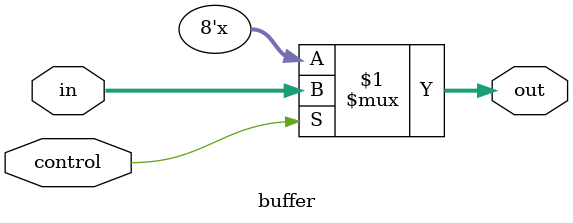
<source format=v>

module buffer #(parameter N = 8) (in, out, control);

    //N is the bitwidth of the buffer

    // I/O declaration
    input [N-1:0] in;
    input control;
    output [N-1:0] out;

    //no internal wiring at the level of abstraction in which this file is written

    //logic: out = in, if control = 1, else out = N'bz
    assign out = control ? in : {N{1'bz}};

endmodule


</source>
